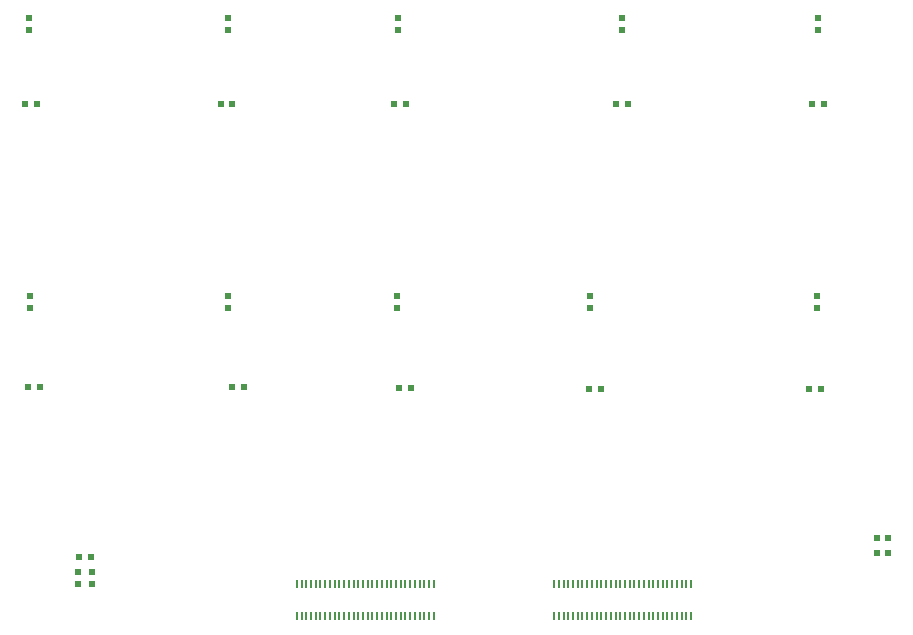
<source format=gbr>
%TF.GenerationSoftware,KiCad,Pcbnew,8.0.1*%
%TF.CreationDate,2025-04-10T18:27:20+05:30*%
%TF.ProjectId,GPIO HAT 2,4750494f-2048-4415-9420-322e6b696361,rev?*%
%TF.SameCoordinates,Original*%
%TF.FileFunction,Paste,Bot*%
%TF.FilePolarity,Positive*%
%FSLAX46Y46*%
G04 Gerber Fmt 4.6, Leading zero omitted, Abs format (unit mm)*
G04 Created by KiCad (PCBNEW 8.0.1) date 2025-04-10 18:27:20*
%MOMM*%
%LPD*%
G01*
G04 APERTURE LIST*
%ADD10R,0.500000X0.600000*%
%ADD11R,0.600000X0.500000*%
%ADD12R,0.230000X0.660000*%
G04 APERTURE END LIST*
D10*
%TO.C,C37*%
X231775000Y-92405200D03*
X230775000Y-92405200D03*
%TD*%
%TO.C,C36*%
X196824600Y-116382800D03*
X195824600Y-116382800D03*
%TD*%
D11*
%TO.C,C32*%
X195681600Y-109651800D03*
X195681600Y-108651800D03*
%TD*%
D10*
%TO.C,C28*%
X196418200Y-92405200D03*
X195418200Y-92405200D03*
%TD*%
D11*
%TO.C,C34*%
X231241600Y-109651800D03*
X231241600Y-108651800D03*
%TD*%
D10*
%TO.C,C27*%
X182676800Y-116357400D03*
X181676800Y-116357400D03*
%TD*%
D11*
%TO.C,R5*%
X169835500Y-133019099D03*
X169835500Y-132019099D03*
%TD*%
%TO.C,R3*%
X168677500Y-132019100D03*
X168677500Y-133019100D03*
%TD*%
D10*
%TO.C,R19*%
X236252000Y-130348800D03*
X237252000Y-130348800D03*
%TD*%
D11*
%TO.C,C24*%
X212013800Y-109651800D03*
X212013800Y-108651800D03*
%TD*%
%TO.C,C19*%
X164566600Y-109651800D03*
X164566600Y-108651800D03*
%TD*%
D12*
%TO.C,J22*%
X220547000Y-132994400D03*
X220147000Y-132994400D03*
X219747000Y-132994400D03*
X219347000Y-132994400D03*
X218947000Y-132994400D03*
X218547000Y-132994400D03*
X218147000Y-132994400D03*
X217747000Y-132994400D03*
X217347000Y-132994400D03*
X216947000Y-132994400D03*
X216547000Y-132994400D03*
X216147000Y-132994400D03*
X215747000Y-132994400D03*
X215347000Y-132994400D03*
X214947000Y-132994400D03*
X214547000Y-132994400D03*
X214147000Y-132994400D03*
X213747000Y-132994400D03*
X213347000Y-132994400D03*
X212947000Y-132994400D03*
X212547000Y-132994400D03*
X212147000Y-132994400D03*
X211747000Y-132994400D03*
X211347000Y-132994400D03*
X210947000Y-132994400D03*
X210547000Y-132994400D03*
X210147000Y-132994400D03*
X209747000Y-132994400D03*
X209347000Y-132994400D03*
X208947000Y-132994400D03*
X208947000Y-135704400D03*
X209347000Y-135704400D03*
X209747000Y-135704400D03*
X210147000Y-135704400D03*
X210547000Y-135704400D03*
X210947000Y-135704400D03*
X211347000Y-135704400D03*
X211747000Y-135704400D03*
X212147000Y-135704400D03*
X212547000Y-135704400D03*
X212947000Y-135704400D03*
X213347000Y-135704400D03*
X213747000Y-135704400D03*
X214147000Y-135704400D03*
X214547000Y-135704400D03*
X214947000Y-135704400D03*
X215347000Y-135704400D03*
X215747000Y-135704400D03*
X216147000Y-135704400D03*
X216547000Y-135704400D03*
X216947000Y-135704400D03*
X217347000Y-135704400D03*
X217747000Y-135704400D03*
X218147000Y-135704400D03*
X218547000Y-135704400D03*
X218947000Y-135704400D03*
X219347000Y-135704400D03*
X219747000Y-135704400D03*
X220147000Y-135704400D03*
X220547000Y-135704400D03*
%TD*%
D10*
%TO.C,C26*%
X165125400Y-92405200D03*
X164125400Y-92405200D03*
%TD*%
D12*
%TO.C,J21*%
X187166400Y-135712200D03*
X187566400Y-135712200D03*
X187966400Y-135712200D03*
X188366400Y-135712200D03*
X188766400Y-135712200D03*
X189166400Y-135712200D03*
X189566400Y-135712200D03*
X189966400Y-135712200D03*
X190366400Y-135712200D03*
X190766400Y-135712200D03*
X191166400Y-135712200D03*
X191566400Y-135712200D03*
X191966400Y-135712200D03*
X192366400Y-135712200D03*
X192766400Y-135712200D03*
X193166400Y-135712200D03*
X193566400Y-135712200D03*
X193966400Y-135712200D03*
X194366400Y-135712200D03*
X194766400Y-135712200D03*
X195166400Y-135712200D03*
X195566400Y-135712200D03*
X195966400Y-135712200D03*
X196366400Y-135712200D03*
X196766400Y-135712200D03*
X197166400Y-135712200D03*
X197566400Y-135712200D03*
X197966400Y-135712200D03*
X198366400Y-135712200D03*
X198766400Y-135712200D03*
X198766400Y-133002200D03*
X198366400Y-133002200D03*
X197966400Y-133002200D03*
X197566400Y-133002200D03*
X197166400Y-133002200D03*
X196766400Y-133002200D03*
X196366400Y-133002200D03*
X195966400Y-133002200D03*
X195566400Y-133002200D03*
X195166400Y-133002200D03*
X194766400Y-133002200D03*
X194366400Y-133002200D03*
X193966400Y-133002200D03*
X193566400Y-133002200D03*
X193166400Y-133002200D03*
X192766400Y-133002200D03*
X192366400Y-133002200D03*
X191966400Y-133002200D03*
X191566400Y-133002200D03*
X191166400Y-133002200D03*
X190766400Y-133002200D03*
X190366400Y-133002200D03*
X189966400Y-133002200D03*
X189566400Y-133002200D03*
X189166400Y-133002200D03*
X188766400Y-133002200D03*
X188366400Y-133002200D03*
X187966400Y-133002200D03*
X187566400Y-133002200D03*
X187166400Y-133002200D03*
%TD*%
D10*
%TO.C,C30*%
X212877400Y-116535200D03*
X211877400Y-116535200D03*
%TD*%
D11*
%TO.C,C21*%
X181305200Y-109651800D03*
X181305200Y-108651800D03*
%TD*%
D10*
%TO.C,C35*%
X181711600Y-92405200D03*
X180711600Y-92405200D03*
%TD*%
%TO.C,R18*%
X236252000Y-129098800D03*
X237252000Y-129098800D03*
%TD*%
%TO.C,C38*%
X231546400Y-116535200D03*
X230546400Y-116535200D03*
%TD*%
D11*
%TO.C,C33*%
X231317800Y-86080600D03*
X231317800Y-85080600D03*
%TD*%
%TO.C,C20*%
X164465000Y-86080600D03*
X164465000Y-85080600D03*
%TD*%
D10*
%TO.C,C11*%
X168750448Y-130693500D03*
X169750448Y-130693500D03*
%TD*%
%TO.C,C25*%
X165430200Y-116357400D03*
X164430200Y-116357400D03*
%TD*%
D11*
%TO.C,C31*%
X181305200Y-86080600D03*
X181305200Y-85080600D03*
%TD*%
%TO.C,C23*%
X214655400Y-86080600D03*
X214655400Y-85080600D03*
%TD*%
%TO.C,C22*%
X195757800Y-86080600D03*
X195757800Y-85080600D03*
%TD*%
D10*
%TO.C,C29*%
X215188800Y-92405200D03*
X214188800Y-92405200D03*
%TD*%
M02*

</source>
